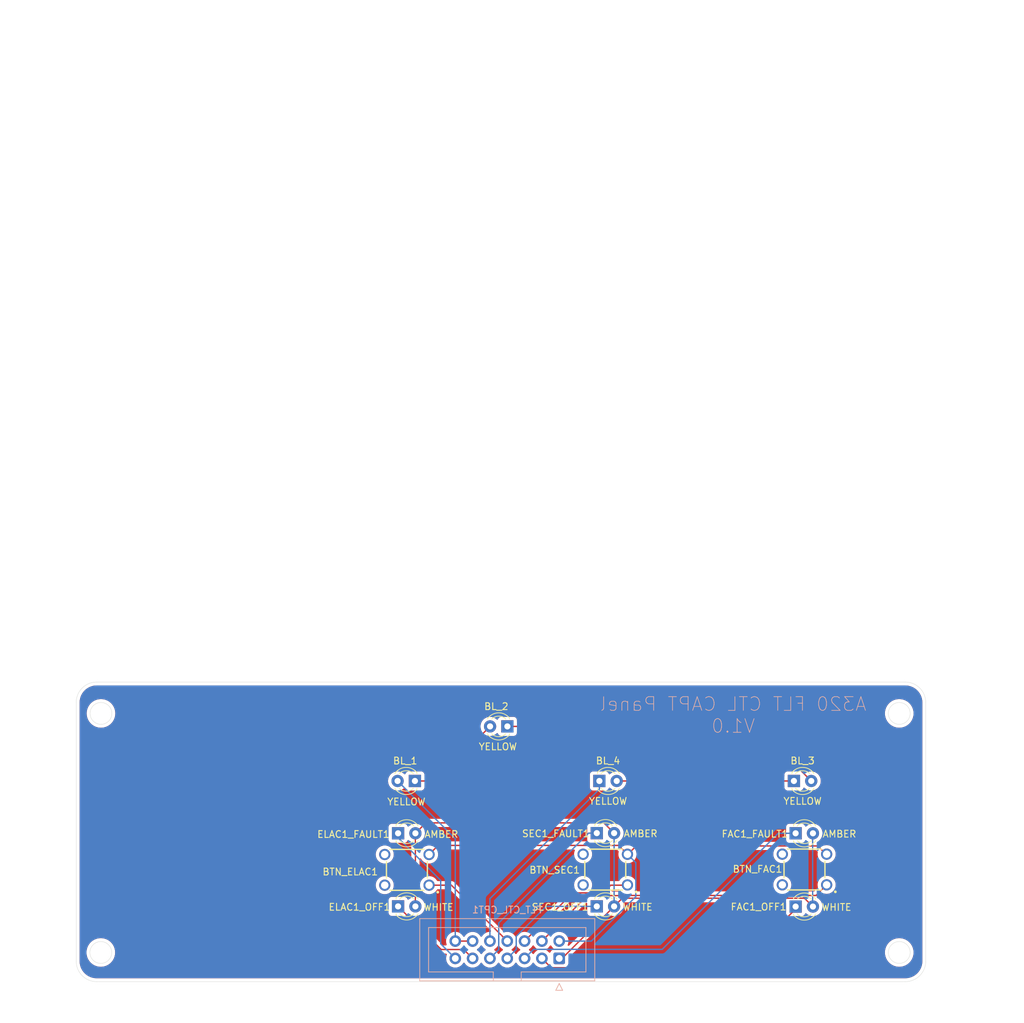
<source format=kicad_pcb>
(kicad_pcb (version 20240108) (generator "pcbnew") (generator_version "8.0")
  (title_block (title "A320 FLT CTL CAPT Panel") (date "2024-11-17") (rev "V1.0") (company "S.K."))
  (layers (0 "F.Cu" signal) (31 "B.Cu" signal) (34 "B.Paste" user) (35 "F.Paste" user) (36 "B.SilkS" user "B.Silkscreen") (37 "F.SilkS" user "F.Silkscreen") (38 "B.Mask" user) (39 "F.Mask" user) (44 "Edge.Cuts" user))
  (net 0 "")
  (net 1 "GND")
  (net 2 "12V_IN")
  (net 3 "Net-(BL_1-K)")
  (net 4 "Net-(BL_2-K)")
  (net 5 "Net-(BL_3-K)")
  (net 6 "BACKLIGHT_EXT")
  (net 7 "ELAC1_OFF")
  (net 8 "SEC1_OFF")
  (net 9 "FAC1_FAULT")
  (net 11 "BTN_ELAC1")
  (net 14 "FAC1_OFF")
  (net 16 "+5V")
  (net 17 "ELAC1_FAULT")
  (net 18 "SEC1_FAULT")
  (net 19 "BTN_FAC1")
  (net 21 "BTN_SEC1")
  (footprint "LED_THT:LED_D3.0mm" (layer "F.Cu") (at 161.29 97.3328)
    (property "Reference" "SEC1_FAULT1" (at -6.0148 0.0762 0) (layer "F.SilkS"))
    (property "Value" "AMBER" (at 6.4312 0.0762 0) (layer "F.SilkS"))
    (fp_line (start -0.29 -1.236) (end -0.29 -1.08) (stroke (width 0.12)) (layer "F.SilkS"))
    (fp_line (start -0.29 1.08) (end -0.29 1.236) (stroke (width 0.12)) (layer "F.SilkS"))
    (fp_arc (start -0.29 -1.235516) (mid 1.366487 -1.987659) (end 2.942335 -1.078608) (stroke (width 0.12)) (layer "F.SilkS"))
    (fp_arc (start 0.229039 -1.08) (mid 1.270117 -1.5) (end 2.31113 -1.079837) (stroke (width 0.12)) (layer "F.SilkS"))
    (fp_arc (start 2.31113 1.079837) (mid 1.270117 1.5) (end 0.229039 1.08) (stroke (width 0.12)) (layer "F.SilkS"))
    (fp_arc (start 2.942335 1.078608) (mid 1.366487 1.987659) (end -0.29 1.235516) (stroke (width 0.12)) (layer "F.SilkS"))
    (pad "1" thru_hole rect (at 0 0) (size 1.8 1.8) (drill 0.9) (layers "*.Cu" "*.Mask") (net 18 "SEC1_FAULT"))
    (pad "2" thru_hole circle (at 2.54 0) (size 1.8 1.8) (drill 0.9) (layers "*.Cu" "*.Mask") (net 16 "+5V"))
  )
  (footprint "LED_THT:LED_D3.0mm" (layer "F.Cu") (at 190.4442 108.1024)
    (property "Reference" "FAC1_OFF1" (at -5.4306 0.0508 0) (layer "F.SilkS"))
    (property "Value" "WHITE" (at 5.9994 0.1016 0) (layer "F.SilkS"))
    (fp_line (start -0.29 -1.236) (end -0.29 -1.08) (stroke (width 0.12)) (layer "F.SilkS"))
    (fp_line (start -0.29 1.08) (end -0.29 1.236) (stroke (width 0.12)) (layer "F.SilkS"))
    (fp_arc (start -0.29 -1.235516) (mid 1.366487 -1.987659) (end 2.942335 -1.078608) (stroke (width 0.12)) (layer "F.SilkS"))
    (fp_arc (start 0.229039 -1.08) (mid 1.270117 -1.5) (end 2.31113 -1.079837) (stroke (width 0.12)) (layer "F.SilkS"))
    (fp_arc (start 2.31113 1.079837) (mid 1.270117 1.5) (end 0.229039 1.08) (stroke (width 0.12)) (layer "F.SilkS"))
    (fp_arc (start 2.942335 1.078608) (mid 1.366487 1.987659) (end -0.29 1.235516) (stroke (width 0.12)) (layer "F.SilkS"))
    (pad "1" thru_hole rect (at 0 0) (size 1.8 1.8) (drill 0.9) (layers "*.Cu" "*.Mask") (net 14 "FAC1_OFF"))
    (pad "2" thru_hole circle (at 2.54 0) (size 1.8 1.8) (drill 0.9) (layers "*.Cu" "*.Mask") (net 16 "+5V"))
  )
  (footprint "LED_THT:LED_D3.0mm" (layer "F.Cu") (at 190.1952 89.6874)
    (property "Reference" "BL_3" (at 1.27 -2.96 0) (layer "F.SilkS"))
    (property "Value" "YELLOW" (at 1.27 2.96 0) (layer "F.SilkS"))
    (fp_line (start -0.29 -1.236) (end -0.29 -1.08) (stroke (width 0.12)) (layer "F.SilkS"))
    (fp_line (start -0.29 1.08) (end -0.29 1.236) (stroke (width 0.12)) (layer "F.SilkS"))
    (fp_arc (start -0.29 -1.235516) (mid 1.366487 -1.987659) (end 2.942335 -1.078608) (stroke (width 0.12)) (layer "F.SilkS"))
    (fp_arc (start 0.229039 -1.08) (mid 1.270117 -1.5) (end 2.31113 -1.079837) (stroke (width 0.12)) (layer "F.SilkS"))
    (fp_arc (start 2.31113 1.079837) (mid 1.270117 1.5) (end 0.229039 1.08) (stroke (width 0.12)) (layer "F.SilkS"))
    (fp_arc (start 2.942335 1.078608) (mid 1.366487 1.987659) (end -0.29 1.235516) (stroke (width 0.12)) (layer "F.SilkS"))
    (pad "1" thru_hole rect (at 0 0) (size 1.8 1.8) (drill 0.9) (layers "*.Cu" "*.Mask") (net 5 "Net-(BL_3-K)"))
    (pad "2" thru_hole circle (at 2.54 0) (size 1.8 1.8) (drill 0.9) (layers "*.Cu" "*.Mask") (net 4 "Net-(BL_2-K)"))
  )
  (footprint "LED_THT:LED_D3.0mm" (layer "F.Cu") (at 134.625 89.6874 180)
    (property "Reference" "BL_1" (at 1.4274 2.9464 0) (layer "F.SilkS"))
    (property "Value" "YELLOW" (at 1.2496 -3.048 0) (layer "F.SilkS"))
    (fp_line (start -0.29 1.08) (end -0.29 1.236) (stroke (width 0.12)) (layer "F.SilkS"))
    (fp_line (start -0.29 -1.236) (end -0.29 -1.08) (stroke (width 0.12)) (layer "F.SilkS"))
    (fp_arc (start 2.942335 1.078608) (mid 1.366487 1.987659) (end -0.29 1.235516) (stroke (width 0.12)) (layer "F.SilkS"))
    (fp_arc (start 2.31113 1.079837) (mid 1.270117 1.5) (end 0.229039 1.08) (stroke (width 0.12)) (layer "F.SilkS"))
    (fp_arc (start 0.229039 -1.08) (mid 1.270117 -1.5) (end 2.31113 -1.079837) (stroke (width 0.12)) (layer "F.SilkS"))
    (fp_arc (start -0.29 -1.235516) (mid 1.366487 -1.987659) (end 2.942335 -1.078608) (stroke (width 0.12)) (layer "F.SilkS"))
    (pad "1" thru_hole rect (at 0 0 180) (size 1.8 1.8) (drill 0.9) (layers "*.Cu" "*.Mask") (net 3 "Net-(BL_1-K)"))
    (pad "2" thru_hole circle (at 2.54 0 180) (size 1.8 1.8) (drill 0.9) (layers "*.Cu" "*.Mask") (net 2 "12V_IN"))
  )
  (footprint "LED_THT:LED_D3.0mm" (layer "F.Cu") (at 190.4442 97.3582)
    (property "Reference" "FAC1_FAULT1" (at -5.969 0.1016 0) (layer "F.SilkS"))
    (property "Value" "AMBER" (at 6.4262 0.1016 0) (layer "F.SilkS"))
    (fp_line (start -0.29 -1.236) (end -0.29 -1.08) (stroke (width 0.12)) (layer "F.SilkS"))
    (fp_line (start -0.29 1.08) (end -0.29 1.236) (stroke (width 0.12)) (layer "F.SilkS"))
    (fp_arc (start -0.29 -1.235516) (mid 1.366487 -1.987659) (end 2.942335 -1.078608) (stroke (width 0.12)) (layer "F.SilkS"))
    (fp_arc (start 0.229039 -1.08) (mid 1.270117 -1.5) (end 2.31113 -1.079837) (stroke (width 0.12)) (layer "F.SilkS"))
    (fp_arc (start 2.31113 1.079837) (mid 1.270117 1.5) (end 0.229039 1.08) (stroke (width 0.12)) (layer "F.SilkS"))
    (fp_arc (start 2.942335 1.078608) (mid 1.366487 1.987659) (end -0.29 1.235516) (stroke (width 0.12)) (layer "F.SilkS"))
    (pad "1" thru_hole rect (at 0 0) (size 1.8 1.8) (drill 0.9) (layers "*.Cu" "*.Mask") (net 9 "FAC1_FAULT"))
    (pad "2" thru_hole circle (at 2.54 0) (size 1.8 1.8) (drill 0.9) (layers "*.Cu" "*.Mask") (net 16 "+5V"))
  )
  (footprint "LED_THT:LED_D3.0mm" (layer "F.Cu") (at 148.1836 81.6864 180)
    (property "Reference" "BL_2" (at 1.6256 2.921 0) (layer "F.SilkS"))
    (property "Value" "YELLOW" (at 1.397 -2.9718 0) (layer "F.SilkS"))
    (fp_line (start -0.29 1.08) (end -0.29 1.236) (stroke (width 0.12)) (layer "F.SilkS"))
    (fp_line (start -0.29 -1.236) (end -0.29 -1.08) (stroke (width 0.12)) (layer "F.SilkS"))
    (fp_arc (start 2.942335 1.078608) (mid 1.366487 1.987659) (end -0.29 1.235516) (stroke (width 0.12)) (layer "F.SilkS"))
    (fp_arc (start 2.31113 1.079837) (mid 1.270117 1.5) (end 0.229039 1.08) (stroke (width 0.12)) (layer "F.SilkS"))
    (fp_arc (start 0.229039 -1.08) (mid 1.270117 -1.5) (end 2.31113 -1.079837) (stroke (width 0.12)) (layer "F.SilkS"))
    (fp_arc (start -0.29 -1.235516) (mid 1.366487 -1.987659) (end 2.942335 -1.078608) (stroke (width 0.12)) (layer "F.SilkS"))
    (pad "1" thru_hole rect (at 0 0 180) (size 1.8 1.8) (drill 0.9) (layers "*.Cu" "*.Mask") (net 4 "Net-(BL_2-K)"))
    (pad "2" thru_hole circle (at 2.54 0 180) (size 1.8 1.8) (drill 0.9) (layers "*.Cu" "*.Mask") (net 3 "Net-(BL_1-K)"))
  )
  (footprint "LED_THT:LED_D3.0mm" (layer "F.Cu") (at 161.29 108.077)
    (property "Reference" "SEC1_OFF1" (at -5.3798 0.1016 0) (layer "F.SilkS"))
    (property "Value" "WHITE" (at 5.9994 0.1016 0) (layer "F.SilkS"))
    (fp_line (start -0.29 -1.236) (end -0.29 -1.08) (stroke (width 0.12)) (layer "F.SilkS"))
    (fp_line (start -0.29 1.08) (end -0.29 1.236) (stroke (width 0.12)) (layer "F.SilkS"))
    (fp_arc (start -0.29 -1.235516) (mid 1.366487 -1.987659) (end 2.942335 -1.078608) (stroke (width 0.12)) (layer "F.SilkS"))
    (fp_arc (start 0.229039 -1.08) (mid 1.270117 -1.5) (end 2.31113 -1.079837) (stroke (width 0.12)) (layer "F.SilkS"))
    (fp_arc (start 2.31113 1.079837) (mid 1.270117 1.5) (end 0.229039 1.08) (stroke (width 0.12)) (layer "F.SilkS"))
    (fp_arc (start 2.942335 1.078608) (mid 1.366487 1.987659) (end -0.29 1.235516) (stroke (width 0.12)) (layer "F.SilkS"))
    (pad "1" thru_hole rect (at 0 0) (size 1.8 1.8) (drill 0.9) (layers "*.Cu" "*.Mask") (net 8 "SEC1_OFF"))
    (pad "2" thru_hole circle (at 2.54 0) (size 1.8 1.8) (drill 0.9) (layers "*.Cu" "*.Mask") (net 16 "+5V"))
  )
  (footprint "LED_THT:LED_D3.0mm" (layer "F.Cu") (at 132.1562 97.3582)
    (property "Reference" "ELAC1_FAULT1" (at -6.5532 0.1524 0) (layer "F.SilkS"))
    (property "Value" "AMBER" (at 6.35 0.1524 0) (layer "F.SilkS"))
    (fp_line (start -0.29 -1.236) (end -0.29 -1.08) (stroke (width 0.12)) (layer "F.SilkS"))
    (fp_line (start -0.29 1.08) (end -0.29 1.236) (stroke (width 0.12)) (layer "F.SilkS"))
    (fp_arc (start -0.29 -1.235516) (mid 1.366487 -1.987659) (end 2.942335 -1.078608) (stroke (width 0.12)) (layer "F.SilkS"))
    (fp_arc (start 0.229039 -1.08) (mid 1.270117 -1.5) (end 2.31113 -1.079837) (stroke (width 0.12)) (layer "F.SilkS"))
    (fp_arc (start 2.31113 1.079837) (mid 1.270117 1.5) (end 0.229039 1.08) (stroke (width 0.12)) (layer "F.SilkS"))
    (fp_arc (start 2.942335 1.078608) (mid 1.366487 1.987659) (end -0.29 1.235516) (stroke (width 0.12)) (layer "F.SilkS"))
    (pad "1" thru_hole rect (at 0 0) (size 1.8 1.8) (drill 0.9) (layers "*.Cu" "*.Mask") (net 17 "ELAC1_FAULT"))
    (pad "2" thru_hole circle (at 2.54 0) (size 1.8 1.8) (drill 0.9) (layers "*.Cu" "*.Mask") (net 16 "+5V"))
  )
  (footprint "LED_THT:LED_D3.0mm" (layer "F.Cu") (at 132.1562 108.077)
    (property "Reference" "ELAC1_OFF1" (at -5.6642 0.1016 0) (layer "F.SilkS"))
    (property "Value" "WHITE" (at 5.9436 0.127 0) (layer "F.SilkS"))
    (fp_line (start -0.29 -1.236) (end -0.29 -1.08) (stroke (width 0.12)) (layer "F.SilkS"))
    (fp_line (start -0.29 1.08) (end -0.29 1.236) (stroke (width 0.12)) (layer "F.SilkS"))
    (fp_arc (start -0.29 -1.235516) (mid 1.366487 -1.987659) (end 2.942335 -1.078608) (stroke (width 0.12)) (layer "F.SilkS"))
    (fp_arc (start 0.229039 -1.08) (mid 1.270117 -1.5) (end 2.31113 -1.079837) (stroke (width 0.12)) (layer "F.SilkS"))
    (fp_arc (start 2.31113 1.079837) (mid 1.270117 1.5) (end 0.229039 1.08) (stroke (width 0.12)) (layer "F.SilkS"))
    (fp_arc (start 2.942335 1.078608) (mid 1.366487 1.987659) (end -0.29 1.235516) (stroke (width 0.12)) (layer "F.SilkS"))
    (pad "1" thru_hole rect (at 0 0) (size 1.8 1.8) (drill 0.9) (layers "*.Cu" "*.Mask") (net 7 "ELAC1_OFF"))
    (pad "2" thru_hole circle (at 2.54 0) (size 1.8 1.8) (drill 0.9) (layers "*.Cu" "*.Mask") (net 16 "+5V"))
  )
  (footprint "SamacSys_Parts:B3F1000" (layer "F.Cu") (at 133.4516 102.7176)
    (property "Reference" "BTN_ELAC1" (at -8.3058 0.2921 0) (layer "F.SilkS"))
    (property "Value" "B3F-1055" (hide yes))
    (fp_line (start -3 -1.2) (end -3 1.2) (stroke (width 0.2)) (layer "F.SilkS"))
    (fp_line (start -2.5 -3) (end 2.5 -3) (stroke (width 0.2)) (layer "F.SilkS"))
    (fp_line (start -2.5 3) (end 2.5 3) (stroke (width 0.2)) (layer "F.SilkS"))
    (fp_line (start 3 -1.2) (end 3 1.2) (stroke (width 0.2)) (layer "F.SilkS"))
    (fp_circle (center 4.527 3.273) (end 4.527 3.37588) (stroke (width 0.2)) (fill none) (layer "F.SilkS"))
    (pad "1" thru_hole circle (at 3.25 2.25) (size 1.65 1.65) (drill 1.1) (layers "*.Cu" "*.Mask") (net 11 "BTN_ELAC1"))
    (pad "2" thru_hole circle (at -3.25 2.25) (size 1.65 1.65) (drill 1.1) (layers "*.Cu" "*.Mask"))
    (pad "3" thru_hole circle (at 3.25 -2.25) (size 1.65 1.65) (drill 1.1) (layers "*.Cu" "*.Mask") (net 1 "GND"))
    (pad "4" thru_hole circle (at -3.25 -2.25) (size 1.65 1.65) (drill 1.1) (layers "*.Cu" "*.Mask"))
  )
  (footprint "SamacSys_Parts:B3F1000" (layer "F.Cu") (at 191.7446 102.6668)
    (property "Reference" "BTN_FAC1" (at -6.8834 -0.055 0) (layer "F.SilkS"))
    (property "Value" "B3F-1055" (hide yes))
    (fp_line (start -3 -1.2) (end -3 1.2) (stroke (width 0.2)) (layer "F.SilkS"))
    (fp_line (start -2.5 -3) (end 2.5 -3) (stroke (width 0.2)) (layer "F.SilkS"))
    (fp_line (start -2.5 3) (end 2.5 3) (stroke (width 0.2)) (layer "F.SilkS"))
    (fp_line (start 3 -1.2) (end 3 1.2) (stroke (width 0.2)) (layer "F.SilkS"))
    (fp_circle (center 4.527 3.273) (end 4.527 3.37588) (stroke (width 0.2)) (fill none) (layer "F.SilkS"))
    (pad "1" thru_hole circle (at 3.25 2.25) (size 1.65 1.65) (drill 1.1) (layers "*.Cu" "*.Mask") (net 19 "BTN_FAC1"))
    (pad "2" thru_hole circle (at -3.25 2.25) (size 1.65 1.65) (drill 1.1) (layers "*.Cu" "*.Mask"))
    (pad "3" thru_hole circle (at 3.25 -2.25) (size 1.65 1.65) (drill 1.1) (layers "*.Cu" "*.Mask") (net 1 "GND"))
    (pad "4" thru_hole circle (at -3.25 -2.25) (size 1.65 1.65) (drill 1.1) (layers "*.Cu" "*.Mask"))
  )
  (footprint "SamacSys_Parts:B3F1000" (layer "F.Cu") (at 162.53736 102.68206)
    (property "Reference" "BTN_SEC1" (at -7.41956 0.06094 0) (layer "F.SilkS"))
    (property "Value" "B3F-1055" (hide yes))
    (fp_line (start -3 -1.2) (end -3 1.2) (stroke (width 0.2)) (layer "F.SilkS"))
    (fp_line (start -2.5 -3) (end 2.5 -3) (stroke (width 0.2)) (layer "F.SilkS"))
    (fp_line (start -2.5 3) (end 2.5 3) (stroke (width 0.2)) (layer "F.SilkS"))
    (fp_line (start 3 -1.2) (end 3 1.2) (stroke (width 0.2)) (layer "F.SilkS"))
    (fp_circle (center 4.527 3.273) (end 4.527 3.37588) (stroke (width 0.2)) (fill none) (layer "F.SilkS"))
    (pad "1" thru_hole circle (at 3.25 2.25) (size 1.65 1.65) (drill 1.1) (layers "*.Cu" "*.Mask") (net 21 "BTN_SEC1"))
    (pad "2" thru_hole circle (at -3.25 2.25) (size 1.65 1.65) (drill 1.1) (layers "*.Cu" "*.Mask"))
    (pad "3" thru_hole circle (at 3.25 -2.25) (size 1.65 1.65) (drill 1.1) (layers "*.Cu" "*.Mask") (net 1 "GND"))
    (pad "4" thru_hole circle (at -3.25 -2.25) (size 1.65 1.65) (drill 1.1) (layers "*.Cu" "*.Mask"))
  )
  (footprint "LED_THT:LED_D3.0mm" (layer "F.Cu") (at 161.671 89.6874)
    (property "Reference" "BL_4" (at 1.27 -2.96 0) (layer "F.SilkS"))
    (property "Value" "YELLOW" (at 1.27 2.96 0) (layer "F.SilkS"))
    (fp_line (start -0.29 -1.236) (end -0.29 -1.08) (stroke (width 0.12)) (layer "F.SilkS"))
    (fp_line (start -0.29 1.08) (end -0.29 1.236) (stroke (width 0.12)) (layer "F.SilkS"))
    (fp_arc (start -0.29 -1.235516) (mid 1.366487 -1.987659) (end 2.942335 -1.078608) (stroke (width 0.12)) (layer "F.SilkS"))
    (fp_arc (start 0.229039 -1.08) (mid 1.270117 -1.5) (end 2.31113 -1.079837) (stroke (width 0.12)) (layer "F.SilkS"))
    (fp_arc (start 2.31113 1.079837) (mid 1.270117 1.5) (end 0.229039 1.08) (stroke (width 0.12)) (layer "F.SilkS"))
    (fp_arc (start 2.942335 1.078608) (mid 1.366487 1.987659) (end -0.29 1.235516) (stroke (width 0.12)) (layer "F.SilkS"))
    (pad "1" thru_hole rect (at 0 0) (size 1.8 1.8) (drill 0.9) (layers "*.Cu" "*.Mask") (net 6 "BACKLIGHT_EXT"))
    (pad "2" thru_hole circle (at 2.54 0) (size 1.8 1.8) (drill 0.9) (layers "*.Cu" "*.Mask") (net 5 "Net-(BL_3-K)"))
  )
  (footprint "Connector_IDC:IDC-Header_2x07_P2.54mm_Vertical" (layer "B.Cu") (at 155.7832 115.702 90)
    (property "Reference" "FLT_CTL_CPT1" (at 7.117 -7.6504 0) (layer "B.SilkS") (effects (justify mirror)))
    (property "Value" "Pin Header 2x07" (hide yes))
    (fp_line (start 5.83 -20.45) (end 5.83 5.21) (stroke (width 0.12)) (layer "B.SilkS"))
    (fp_line (start -3.29 -20.45) (end 5.83 -20.45) (stroke (width 0.12)) (layer "B.SilkS"))
    (fp_line (start 4.52 -19.15) (end 4.52 3.91) (stroke (width 0.12)) (layer "B.SilkS"))
    (fp_line (start -1.98 -19.15) (end 4.52 -19.15) (stroke (width 0.12)) (layer "B.SilkS"))
    (fp_line (start -1.98 -9.67) (end -1.98 -19.15) (stroke (width 0.12)) (layer "B.SilkS"))
    (fp_line (start -1.98 -9.67) (end -1.98 -9.67) (stroke (width 0.12)) (layer "B.SilkS"))
    (fp_line (start -3.29 -9.67) (end -1.98 -9.67) (stroke (width 0.12)) (layer "B.SilkS"))
    (fp_line (start -1.98 -5.57) (end -3.29 -5.57) (stroke (width 0.12)) (layer "B.SilkS"))
    (fp_line (start -4.68 -0.5) (end -4.68 0.5) (stroke (width 0.12)) (layer "B.SilkS"))
    (fp_line (start -3.68 0) (end -4.68 -0.5) (stroke (width 0.12)) (layer "B.SilkS"))
    (fp_line (start -4.68 0.5) (end -3.68 0) (stroke (width 0.12)) (layer "B.SilkS"))
    (fp_line (start 4.52 3.91) (end -1.98 3.91) (stroke (width 0.12)) (layer "B.SilkS"))
    (fp_line (start -1.98 3.91) (end -1.98 -5.57) (stroke (width 0.12)) (layer "B.SilkS"))
    (fp_line (start 5.83 5.21) (end -3.29 5.21) (stroke (width 0.12)) (layer "B.SilkS"))
    (fp_line (start -3.29 5.21) (end -3.29 -20.45) (stroke (width 0.12)) (layer "B.SilkS"))
    (pad "1" thru_hole roundrect (at 0 0 90) (size 1.7 1.7) (drill 1) (layers "*.Cu" "*.Mask") (roundrect_rratio 0.147059) (net 16 "+5V"))
    (pad "2" thru_hole circle (at 2.54 0 90) (size 1.7 1.7) (drill 1) (layers "*.Cu" "*.Mask") (net 1 "GND"))
    (pad "3" thru_hole circle (at 0 -2.54 90) (size 1.7 1.7) (drill 1) (layers "*.Cu" "*.Mask") (net 14 "FAC1_OFF"))
    (pad "4" thru_hole circle (at 2.54 -2.54 90) (size 1.7 1.7) (drill 1) (layers "*.Cu" "*.Mask") (net 19 "BTN_FAC1"))
    (pad "5" thru_hole circle (at 0 -5.08 90) (size 1.7 1.7) (drill 1) (layers "*.Cu" "*.Mask") (net 9 "FAC1_FAULT"))
    (pad "6" thru_hole circle (at 2.54 -5.08 90) (size 1.7 1.7) (drill 1) (layers "*.Cu" "*.Mask") (net 21 "BTN_SEC1"))
    (pad "7" thru_hole circle (at 0 -7.62 90) (size 1.7 1.7) (drill 1) (layers "*.Cu" "*.Mask") (net 8 "SEC1_OFF"))
    (pad "8" thru_hole circle (at 2.54 -7.62 90) (size 1.7 1.7) (drill 1) (layers "*.Cu" "*.Mask") (net 11 "BTN_ELAC1"))
    (pad "9" thru_hole circle (at 0 -10.16 90) (size 1.7 1.7) (drill 1) (layers "*.Cu" "*.Mask") (net 18 "SEC1_FAULT"))
    (pad "10" thru_hole circle (at 2.54 -10.16 90) (size 1.7 1.7) (drill 1) (layers "*.Cu" "*.Mask") (net 6 "BACKLIGHT_EXT"))
    (pad "11" thru_hole circle (at 0 -12.7 90) (size 1.7 1.7) (drill 1) (layers "*.Cu" "*.Mask") (net 7 "ELAC1_OFF"))
    (pad "12" thru_hole circle (at 2.54 -12.7 90) (size 1.7 1.7) (drill 1) (layers "*.Cu" "*.Mask") (net 2 "12V_IN"))
    (pad "13" thru_hole circle (at 0 -15.24 90) (size 1.7 1.7) (drill 1) (layers "*.Cu" "*.Mask") (net 17 "ELAC1_FAULT"))
    (pad "14" thru_hole circle (at 2.54 -15.24 90) (size 1.7 1.7) (drill 1) (layers "*.Cu" "*.Mask") (net 2 "12V_IN"))
  )
  (gr_arc (start 87.963 119.1106) (mid 85.84168 118.23192) (end 84.963 116.1106) (stroke (width 0.05)) (layer "Edge.Cuts"))
  (gr_arc (start 209.5246 116.1106) (mid 208.64592 118.23192) (end 206.5246 119.1106) (stroke (width 0.05)) (layer "Edge.Cuts"))
  (gr_line (start 206.5246 119.1106) (end 87.963 119.1106) (stroke (width 0.05)) (layer "Edge.Cuts"))
  (gr_line (start 209.5246 78.184) (end 209.5246 116.1106) (stroke (width 0.05)) (layer "Edge.Cuts"))
  (gr_circle (center 88.5698 114.8334) (end 90.1698 114.8334) (stroke (width 0.05)) (fill none) (layer "Edge.Cuts"))
  (gr_circle (center 88.5952 79.781) (end 90.1952 79.781) (stroke (width 0.05)) (fill none) (layer "Edge.Cuts"))
  (gr_line (start 84.963 116.1106) (end 84.963 78.184) (stroke (width 0.05)) (layer "Edge.Cuts"))
  (gr_line (start 87.963 75.184) (end 206.5246 75.184) (stroke (width 0.05)) (layer "Edge.Cuts"))
  (gr_arc (start 84.963 78.184) (mid 85.84168 76.06268) (end 87.963 75.184) (stroke (width 0.05)) (layer "Edge.Cuts"))
  (gr_arc (start 206.5246 75.184) (mid 208.64592 76.06268) (end 209.5246 78.184) (stroke (width 0.05)) (layer "Edge.Cuts"))
  (gr_circle (center 205.6388 79.781) (end 207.2388 79.781) (stroke (width 0.05)) (fill none) (layer "Edge.Cuts"))
  (gr_circle (center 205.6388 114.8334) (end 207.2388 114.8334) (stroke (width 0.05)) (fill none) (layer "Edge.Cuts"))
  (gr_text "${TITLE}\n${REVISION}" (at 181.3 82.8 0) (layer "B.SilkS") (effects (font (size 2 2) (thickness 0.1)) (justify bottom mirror)))
  (segment (start 138.033 99.1362) (end 164.4913 99.1362) (width 0.2) (layer "F.Cu") (net 1))
  (segment (start 164.4913 99.1362) (end 165.8227 100.4676) (width 0.2) (layer "F.Cu") (net 1))
  (segment (start 193.6886 99.2124) (end 194.9438 100.4676) (width 0.2) (layer "F.Cu") (net 1))
  (segment (start 136.7016 100.4676) (end 138.033 99.1362) (width 0.2) (layer "F.Cu") (net 1))
  (segment (start 165.8227 100.4676) (end 167.0779 99.2124) (width 0.2) (layer "F.Cu") (net 1))
  (segment (start 167.0779 99.2124) (end 193.6886 99.2124) (width 0.2) (layer "F.Cu") (net 1))
  (segment (start 167.0144 101.6593) (end 167.0144 106.6412) (width 0.2) (layer "B.Cu") (net 1))
  (segment (start 165.8227 100.4676) (end 167.0144 101.6593) (width 0.2) (layer "B.Cu") (net 1))
  (segment (start 156.9349 113.1619) (end 156.9349 113.162) (width 0.2) (layer "B.Cu") (net 1))
  (segment (start 155.7832 113.162) (end 156.9349 113.162) (width 0.2) (layer "B.Cu") (net 1))
  (segment (start 160.4937 113.1619) (end 156.9349 113.1619) (width 0.2) (layer "B.Cu") (net 1))
  (segment (start 167.0144 106.6412) (end 160.4937 113.1619) (width 0.2) (layer "B.Cu") (net 1))
  (segment (start 140.5432 113.162) (end 143.0832 113.162) (width 0.2) (layer "F.Cu") (net 2))
  (segment (start 140.5432 98.1456) (end 140.5432 113.162) (width 0.2) (layer "B.Cu") (net 2))
  (segment (start 132.085 89.6874) (end 140.5432 98.1456) (width 0.2) (layer "B.Cu") (net 2))
  (segment (start 137.6426 89.6874) (end 145.6436 81.6864) (width 0.2) (layer "F.Cu") (net 3))
  (segment (start 134.625 89.6874) (end 137.6426 89.6874) (width 0.2) (layer "F.Cu") (net 3))
  (segment (start 184.7342 81.6864) (end 192.7352 89.6874) (width 0.2) (layer "F.Cu") (net 4))
  (segment (start 148.1836 81.6864) (end 184.7342 81.6864) (width 0.2) (layer "F.Cu") (net 4))
  (segment (start 164.211 89.6874) (end 190.1952 89.6874) (width 0.2) (layer "F.Cu") (net 5))
  (segment (start 161.671 90.8891) (end 145.6232 106.9369) (width 0.2) (layer "B.Cu") (net 6))
  (segment (start 145.6232 106.9369) (end 145.6232 113.162) (width 0.2) (layer "B.Cu") (net 6))
  (segment (start 161.671 89.6874) (end 161.671 90.8891) (width 0.2) (layer "B.Cu") (net 6))
  (segment (start 143.0832 115.702) (end 141.7828 114.4016) (width 0.2) (layer "F.Cu") (net 7))
  (segment (start 141.7828 114.4016) (end 138.4808 114.4016) (width 0.2) (layer "F.Cu") (net 7))
  (segment (start 138.4808 114.4016) (end 132.1562 108.077) (width 0.2) (layer "F.Cu") (net 7))
  (segment (start 149.479 114.3862) (end 149.479 112.4712) (width 0.2) (layer "B.Cu") (net 8))
  (segment (start 149.479 112.4712) (end 153.8732 108.077) (width 0.2) (layer "B.Cu") (net 8))
  (segment (start 153.8732 108.077) (end 161.29 108.077) (width 0.2) (layer "B.Cu") (net 8))
  (segment (start 148.1632 115.702) (end 149.479 114.3862) (width 0.2) (layer "B.Cu") (net 8))
  (segment (start 170.8763 114.3762) (end 152.029 114.3762) (width 0.2) (layer "B.Cu") (net 9))
  (segment (start 187.8943 97.3582) (end 170.8763 114.3762) (width 0.2) (layer "B.Cu") (net 9))
  (segment (start 190.3984 97.3582) (end 187.8943 97.3582) (width 0.2) (layer "B.Cu") (net 9))
  (segment (start 152.029 114.3762) (end 150.7032 115.702) (width 0.2) (layer "B.Cu") (net 9))
  (segment (start 136.7016 104.9676) (end 139.9688 104.9676) (width 0.2) (layer "F.Cu") (net 11))
  (segment (start 139.9688 104.9676) (end 148.1632 113.162) (width 0.2) (layer "F.Cu") (net 11))
  (segment (start 154.6098 117.0686) (end 181.8386 117.0686) (width 0.2) (layer "F.Cu") (net 14))
  (segment (start 153.2432 115.702) (end 154.6098 117.0686) (width 0.2) (layer "F.Cu") (net 14))
  (segment (start 181.8386 117.0686) (end 190.3984 108.5088) (width 0.2) (layer "F.Cu") (net 14))
  (segment (start 162.3314 95.8342) (end 163.83 97.3328) (width 0.2) (layer "F.Cu") (net 16))
  (segment (start 163.83 108.077) (end 165.0317 106.8753) (width 0.2) (layer "F.Cu") (net 16))
  (segment (start 163.83 108.077) (end 156.205 115.702) (width 0.2) (layer "F.Cu") (net 16))
  (segment (start 134.6962 97.3582) (end 136.2202 95.8342) (width 0.2) (layer "F.Cu") (net 16))
  (segment (start 191.7367 106.8753) (end 192.9384 108.077) (width 0.2) (layer "F.Cu") (net 16))
  (segment (start 134.6962 97.3582) (end 134.6962 108.077) (width 0.2) (layer "F.Cu") (net 16))
  (segment (start 136.2202 95.8342) (end 162.3314 95.8342) (width 0.2) (layer "F.Cu") (net 16))
  (segment (start 165.0317 106.8753) (end 191.7367 106.8753) (width 0.2) (layer "F.Cu") (net 16))
  (segment (start 192.9384 97.3582) (end 192.9384 108.077) (width 0.2) (layer "B.Cu") (net 16))
  (segment (start 163.83 97.3328) (end 163.83 108.077) (width 0.2) (layer "B.Cu") (net 16))
  (segment (start 140.5432 115.702) (end 138.4046 113.5634) (width 0.2) (layer "B.Cu") (net 17))
  (segment (start 138.4046 104.267) (end 132.1562 98.0186) (width 0.2) (layer "B.Cu") (net 17))
  (segment (start 138.4046 113.5634) (end 138.4046 104.267) (width 0.2) (layer "B.Cu") (net 17))
  (segment (start 160.0883 97.3328) (end 161.29 97.3328) (width 0.2) (layer "B.Cu") (net 18))
  (segment (start 145.6232 115.702) (end 146.9136 114.4116) (width 0.2) (layer "B.Cu") (net 18))
  (segment (start 146.9136 114.4116) (end 146.9136 110.5075) (width 0.2) (layer "B.Cu") (net 18))
  (segment (start 146.9136 110.5075) (end 160.0883 97.3328) (width 0.2) (layer "B.Cu") (net 18))
  (segment (start 159.9108 106.4944) (end 164.846914 106.4944) (width 0.2) (layer "F.Cu") (net 19))
  (segment (start 194.9438 104.9676) (end 193.4361 106.4753) (width 0.2) (layer "F.Cu") (net 19))
  (segment (start 164.866014 106.4753) (end 164.846914 106.4944) (width 0.2) (layer "F.Cu") (net 19))
  (segment (start 193.4361 106.4753) (end 164.866014 106.4753) (width 0.2) (layer "F.Cu") (net 19))
  (segment (start 159.9108 106.4944) (end 153.2432 113.162) (width 0.2) (layer "F.Cu") (net 19))
  (segment (start 157.7708 106.0944) (end 150.7032 113.162) (width 0.2) (layer "F.Cu") (net 21))
  (segment (start 162.2132 106.0944) (end 157.7708 106.0944) (width 0.2) (layer "F.Cu") (net 21))
  (segment (start 163.34 104.9676) (end 165.8227 104.9676) (width 0.2) (layer "F.Cu") (net 21))
  (segment (start 162.2132 106.0944) (end 163.34 104.9676) (width 0.2) (layer "F.Cu") (net 21))
  (zone (net 0) (net_name "") (layer "F.Cu") (connect_pads (clearance 0.5)) (min_thickness 0.25) (fill yes (thermal_gap 0.5) (thermal_bridge_width 0.5) (island_removal_mode 1) (island_area_min 10))
    (polygon (pts (xy 84.2772 74.7014) (xy 209.9 74.68) (xy 209.8802 118.2878) (xy 208.3054 119.8626) (xy 86.2076 119.8626) (xy 84.2772 117.9322)))
  )
  (zone (net 0) (net_name "") (layer "B.Cu") (priority 1) (connect_pads (clearance 0.5)) (min_thickness 0.25) (fill yes (thermal_gap 0.5) (thermal_bridge_width 0.5) (island_removal_mode 1) (island_area_min 10))
    (polygon (pts (xy 210.185 74.422) (xy 210.312 74.549) (xy 210.312 118.5926) (xy 208.917 119.9876) (xy 83.7946 119.9876) (xy 83.7946 74.422)))
  )
)
</source>
